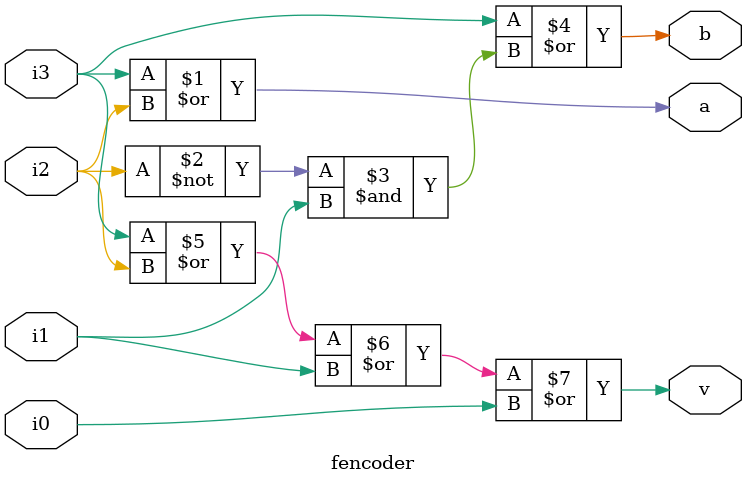
<source format=v>
module fencoder(i0,i1,i2,i3,a,b,v);
input i0,i1,i2,i3;
output a,b,v;
assign a=i3|i2;
assign b=i3|(~i2&i1);
assign v=i3|i2|i1|i0;

endmodule

</source>
